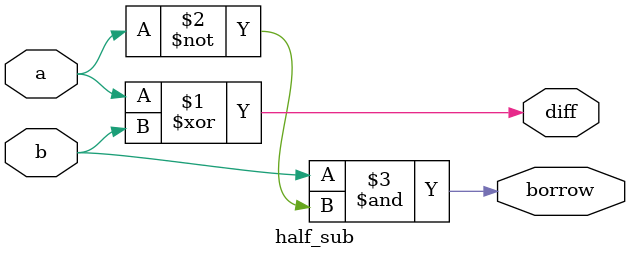
<source format=v>
module half_sub(
input a,b,
output diff,borrow);

assign diff = a^b;

assign borrow = b & (~a);
endmodule

</source>
